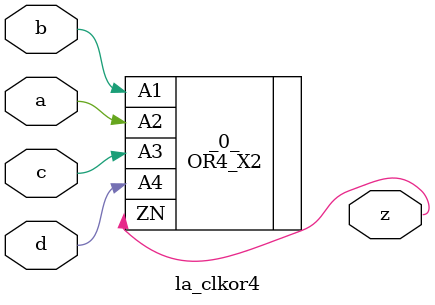
<source format=v>

/* Generated by Yosys 0.37 (git sha1 a5c7f69ed, clang 14.0.0-1ubuntu1.1 -fPIC -Os) */

module la_clkor4(a, b, c, d, z);
  input a;
  wire a;
  input b;
  wire b;
  input c;
  wire c;
  input d;
  wire d;
  output z;
  wire z;
  OR4_X2 _0_ (
    .A1(b),
    .A2(a),
    .A3(c),
    .A4(d),
    .ZN(z)
  );
endmodule

</source>
